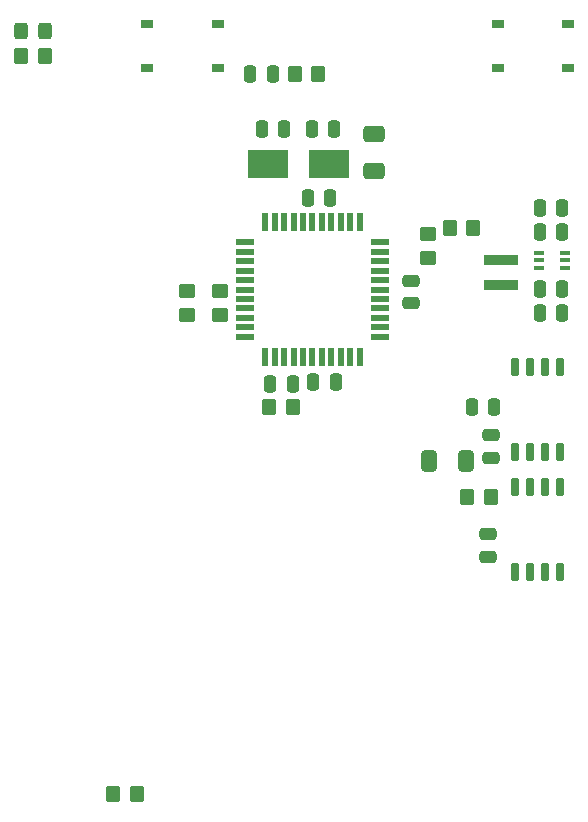
<source format=gbr>
%TF.GenerationSoftware,KiCad,Pcbnew,8.0.5-8.0.5-0~ubuntu22.04.1*%
%TF.CreationDate,2024-09-29T18:15:47+02:00*%
%TF.ProjectId,HB-UNI-SEN-BATT_ATMega1284P_E07-868MS10_FRAM_FUEL4EP,48422d55-4e49-42d5-9345-4e2d42415454,1.5*%
%TF.SameCoordinates,Original*%
%TF.FileFunction,Paste,Top*%
%TF.FilePolarity,Positive*%
%FSLAX46Y46*%
G04 Gerber Fmt 4.6, Leading zero omitted, Abs format (unit mm)*
G04 Created by KiCad (PCBNEW 8.0.5-8.0.5-0~ubuntu22.04.1) date 2024-09-29 18:15:47*
%MOMM*%
%LPD*%
G01*
G04 APERTURE LIST*
G04 Aperture macros list*
%AMRoundRect*
0 Rectangle with rounded corners*
0 $1 Rounding radius*
0 $2 $3 $4 $5 $6 $7 $8 $9 X,Y pos of 4 corners*
0 Add a 4 corners polygon primitive as box body*
4,1,4,$2,$3,$4,$5,$6,$7,$8,$9,$2,$3,0*
0 Add four circle primitives for the rounded corners*
1,1,$1+$1,$2,$3*
1,1,$1+$1,$4,$5*
1,1,$1+$1,$6,$7*
1,1,$1+$1,$8,$9*
0 Add four rect primitives between the rounded corners*
20,1,$1+$1,$2,$3,$4,$5,0*
20,1,$1+$1,$4,$5,$6,$7,0*
20,1,$1+$1,$6,$7,$8,$9,0*
20,1,$1+$1,$8,$9,$2,$3,0*%
G04 Aperture macros list end*
%ADD10RoundRect,0.250000X-0.325000X-0.450000X0.325000X-0.450000X0.325000X0.450000X-0.325000X0.450000X0*%
%ADD11RoundRect,0.250000X0.412500X0.650000X-0.412500X0.650000X-0.412500X-0.650000X0.412500X-0.650000X0*%
%ADD12RoundRect,0.250000X-0.450000X0.350000X-0.450000X-0.350000X0.450000X-0.350000X0.450000X0.350000X0*%
%ADD13RoundRect,0.250000X-0.350000X-0.450000X0.350000X-0.450000X0.350000X0.450000X-0.350000X0.450000X0*%
%ADD14RoundRect,0.250000X0.350000X0.450000X-0.350000X0.450000X-0.350000X-0.450000X0.350000X-0.450000X0*%
%ADD15RoundRect,0.250000X0.250000X0.475000X-0.250000X0.475000X-0.250000X-0.475000X0.250000X-0.475000X0*%
%ADD16RoundRect,0.250000X-0.250000X-0.475000X0.250000X-0.475000X0.250000X0.475000X-0.250000X0.475000X0*%
%ADD17R,3.500000X2.400000*%
%ADD18RoundRect,0.250000X0.650000X-0.412500X0.650000X0.412500X-0.650000X0.412500X-0.650000X-0.412500X0*%
%ADD19R,1.000000X0.750000*%
%ADD20R,3.000000X0.900000*%
%ADD21RoundRect,0.100000X0.350000X0.100000X-0.350000X0.100000X-0.350000X-0.100000X0.350000X-0.100000X0*%
%ADD22RoundRect,0.250000X0.450000X-0.350000X0.450000X0.350000X-0.450000X0.350000X-0.450000X-0.350000X0*%
%ADD23R,0.550000X1.500000*%
%ADD24R,1.500000X0.550000*%
%ADD25RoundRect,0.250000X0.475000X-0.250000X0.475000X0.250000X-0.475000X0.250000X-0.475000X-0.250000X0*%
%ADD26RoundRect,0.150000X-0.150000X0.650000X-0.150000X-0.650000X0.150000X-0.650000X0.150000X0.650000X0*%
G04 APERTURE END LIST*
D10*
%TO.C,D1*%
X8138500Y72799500D03*
X10188500Y72799500D03*
%TD*%
D11*
%TO.C,C1*%
X45850500Y36414000D03*
X42725500Y36414000D03*
%TD*%
D12*
%TO.C,R4*%
X22190000Y50749000D03*
X22190000Y48749000D03*
%TD*%
%TO.C,R5*%
X24984000Y50765000D03*
X24984000Y48765000D03*
%TD*%
D13*
%TO.C,R1*%
X8172500Y70704000D03*
X10172500Y70704000D03*
%TD*%
D14*
%TO.C,R3*%
X17941600Y8181900D03*
X15941600Y8181900D03*
%TD*%
D15*
%TO.C,C2*%
X31168900Y42950000D03*
X29268900Y42950000D03*
%TD*%
%TO.C,C4*%
X34316000Y58639000D03*
X32416000Y58639000D03*
%TD*%
D16*
%TO.C,C6*%
X28542500Y64481000D03*
X30442500Y64481000D03*
%TD*%
D15*
%TO.C,C8*%
X34801100Y43106900D03*
X32901100Y43106900D03*
%TD*%
D14*
%TO.C,R2*%
X33315200Y69129200D03*
X31315200Y69129200D03*
%TD*%
%TO.C,R6*%
X31143500Y41000000D03*
X29143500Y41000000D03*
%TD*%
D17*
%TO.C,Y1*%
X29051500Y61560000D03*
X34251500Y61560000D03*
%TD*%
D18*
%TO.C,C5*%
X38065000Y60962300D03*
X38065000Y64087300D03*
%TD*%
D19*
%TO.C,SW2*%
X48500000Y73375000D03*
X54500000Y73375000D03*
X48500000Y69625000D03*
X54500000Y69625000D03*
%TD*%
%TO.C,SW1*%
X24800000Y69625000D03*
X18800000Y69625000D03*
X24800000Y73375000D03*
X18800000Y73375000D03*
%TD*%
D16*
%TO.C,C11*%
X52080680Y48946360D03*
X53980680Y48946360D03*
%TD*%
%TO.C,C12*%
X52101000Y55789120D03*
X54001000Y55789120D03*
%TD*%
%TO.C,C13*%
X52101000Y57795720D03*
X54001000Y57795720D03*
%TD*%
D20*
%TO.C,L1*%
X48809200Y51316000D03*
X48809200Y53416000D03*
%TD*%
D21*
%TO.C,U2*%
X54214500Y52718500D03*
X54214500Y53368500D03*
X54214500Y54018500D03*
X52014500Y54018500D03*
X52014500Y53368500D03*
X52014500Y52718500D03*
%TD*%
D14*
%TO.C,R8*%
X46456400Y56124400D03*
X44456400Y56124400D03*
%TD*%
D22*
%TO.C,R7*%
X42616680Y53615640D03*
X42616680Y55615640D03*
%TD*%
D15*
%TO.C,C9*%
X29474800Y69129200D03*
X27574800Y69129200D03*
%TD*%
%TO.C,C7*%
X34697000Y64481000D03*
X32797000Y64481000D03*
%TD*%
D23*
%TO.C,U1*%
X36832600Y56604700D03*
X36032600Y56604700D03*
X35232600Y56604700D03*
X34432600Y56604700D03*
X33632600Y56604700D03*
X32832600Y56604700D03*
X32032600Y56604700D03*
X31232600Y56604700D03*
X30432600Y56604700D03*
X29632600Y56604700D03*
X28832600Y56604700D03*
D24*
X27132600Y54904700D03*
X27132600Y54104700D03*
X27132600Y53304700D03*
X27132600Y52504700D03*
X27132600Y51704700D03*
X27132600Y50904700D03*
X27132600Y50104700D03*
X27132600Y49304700D03*
X27132600Y48504700D03*
X27132600Y47704700D03*
X27132600Y46904700D03*
D23*
X28832600Y45204700D03*
X29632600Y45204700D03*
X30432600Y45204700D03*
X31232600Y45204700D03*
X32032600Y45204700D03*
X32832600Y45204700D03*
X33632600Y45204700D03*
X34432600Y45204700D03*
X35232600Y45204700D03*
X36032600Y45204700D03*
X36832600Y45204700D03*
D24*
X38532600Y46904700D03*
X38532600Y47704700D03*
X38532600Y48504700D03*
X38532600Y49304700D03*
X38532600Y50104700D03*
X38532600Y50904700D03*
X38532600Y51704700D03*
X38532600Y52504700D03*
X38532600Y53304700D03*
X38532600Y54104700D03*
X38532600Y54904700D03*
%TD*%
D25*
%TO.C,C3*%
X41176500Y49751500D03*
X41176500Y51651500D03*
%TD*%
D26*
%TO.C,U3*%
X53813000Y34172000D03*
X52543000Y34172000D03*
X51273000Y34172000D03*
X50003000Y34172000D03*
X50003000Y26972000D03*
X51273000Y26972000D03*
X52543000Y26972000D03*
X53813000Y26972000D03*
%TD*%
%TO.C,U4*%
X53813000Y44332000D03*
X52543000Y44332000D03*
X51273000Y44332000D03*
X50003000Y44332000D03*
X50003000Y37132000D03*
X51273000Y37132000D03*
X52543000Y37132000D03*
X53813000Y37132000D03*
%TD*%
D14*
%TO.C,R9*%
X47939000Y33366000D03*
X45939000Y33366000D03*
%TD*%
D25*
%TO.C,C14*%
X47971000Y36670500D03*
X47971000Y38570500D03*
%TD*%
%TO.C,C15*%
X47653500Y28288500D03*
X47653500Y30188500D03*
%TD*%
D16*
%TO.C,C10*%
X52080680Y50942800D03*
X53980680Y50942800D03*
%TD*%
D15*
%TO.C,C16*%
X48220000Y40986000D03*
X46320000Y40986000D03*
%TD*%
M02*

</source>
